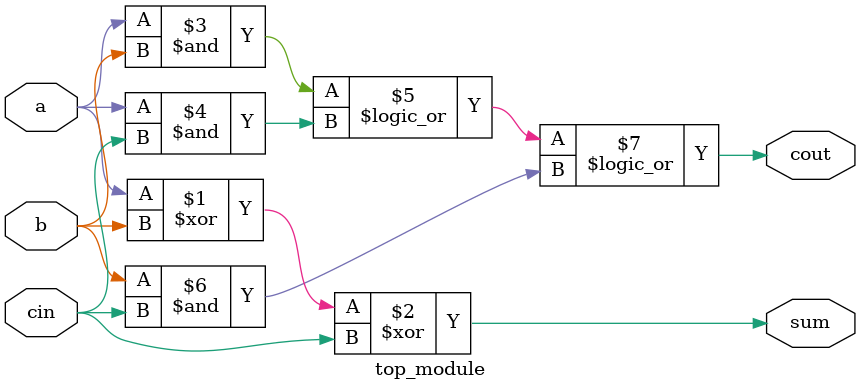
<source format=v>
module top_module( 
    input a, b, cin,
    output cout, sum );
	assign sum = a^b^cin;
    assign cout = a&b||a&cin||b&cin;
endmodule

</source>
